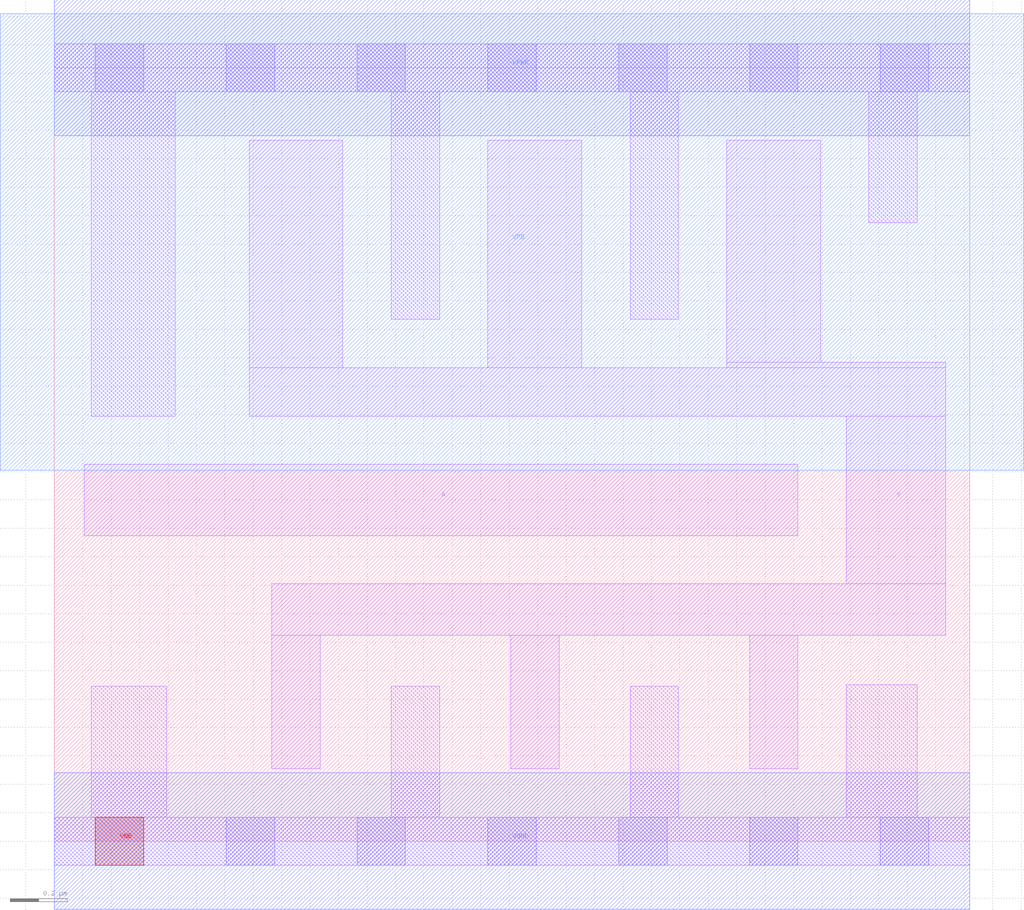
<source format=lef>
# Copyright 2020 The SkyWater PDK Authors
#
# Licensed under the Apache License, Version 2.0 (the "License");
# you may not use this file except in compliance with the License.
# You may obtain a copy of the License at
#
#     https://www.apache.org/licenses/LICENSE-2.0
#
# Unless required by applicable law or agreed to in writing, software
# distributed under the License is distributed on an "AS IS" BASIS,
# WITHOUT WARRANTIES OR CONDITIONS OF ANY KIND, either express or implied.
# See the License for the specific language governing permissions and
# limitations under the License.
#
# SPDX-License-Identifier: Apache-2.0

VERSION 5.7 ;
  NOWIREEXTENSIONATPIN ON ;
  DIVIDERCHAR "/" ;
  BUSBITCHARS "[]" ;
MACRO sky130_fd_sc_hd__inv_6
  CLASS CORE ;
  FOREIGN sky130_fd_sc_hd__inv_6 ;
  ORIGIN  0.000000  0.000000 ;
  SIZE  3.220000 BY  2.720000 ;
  SYMMETRY X Y R90 ;
  SITE unithd ;
  PIN A
    ANTENNAGATEAREA  1.485000 ;
    DIRECTION INPUT ;
    USE SIGNAL ;
    PORT
      LAYER li1 ;
        RECT 0.105000 1.075000 2.615000 1.325000 ;
    END
  END A
  PIN VNB
    PORT
      LAYER pwell ;
        RECT 0.145000 -0.085000 0.315000 0.085000 ;
    END
  END VNB
  PIN VPB
    PORT
      LAYER nwell ;
        RECT -0.190000 1.305000 3.410000 2.910000 ;
    END
  END VPB
  PIN Y
    ANTENNADIFFAREA  1.336500 ;
    DIRECTION OUTPUT ;
    USE SIGNAL ;
    PORT
      LAYER li1 ;
        RECT 0.685000 1.495000 3.135000 1.665000 ;
        RECT 0.685000 1.665000 1.015000 2.465000 ;
        RECT 0.765000 0.255000 0.935000 0.725000 ;
        RECT 0.765000 0.725000 3.135000 0.905000 ;
        RECT 1.525000 1.665000 1.855000 2.465000 ;
        RECT 1.605000 0.255000 1.775000 0.725000 ;
        RECT 2.365000 1.665000 3.135000 1.685000 ;
        RECT 2.365000 1.685000 2.695000 2.465000 ;
        RECT 2.445000 0.255000 2.615000 0.725000 ;
        RECT 2.785000 0.905000 3.135000 1.495000 ;
    END
  END Y
  PIN VGND
    DIRECTION INOUT ;
    SHAPE ABUTMENT ;
    USE GROUND ;
    PORT
      LAYER met1 ;
        RECT 0.000000 -0.240000 3.220000 0.240000 ;
    END
  END VGND
  PIN VPWR
    DIRECTION INOUT ;
    SHAPE ABUTMENT ;
    USE POWER ;
    PORT
      LAYER met1 ;
        RECT 0.000000 2.480000 3.220000 2.960000 ;
    END
  END VPWR
  OBS
    LAYER li1 ;
      RECT 0.000000 -0.085000 3.220000 0.085000 ;
      RECT 0.000000  2.635000 3.220000 2.805000 ;
      RECT 0.130000  0.085000 0.395000 0.545000 ;
      RECT 0.130000  1.495000 0.425000 2.635000 ;
      RECT 1.185000  0.085000 1.355000 0.545000 ;
      RECT 1.185000  1.835000 1.355000 2.635000 ;
      RECT 2.025000  0.085000 2.195000 0.545000 ;
      RECT 2.025000  1.835000 2.195000 2.635000 ;
      RECT 2.785000  0.085000 3.035000 0.550000 ;
      RECT 2.865000  2.175000 3.035000 2.635000 ;
    LAYER mcon ;
      RECT 0.145000 -0.085000 0.315000 0.085000 ;
      RECT 0.145000  2.635000 0.315000 2.805000 ;
      RECT 0.605000 -0.085000 0.775000 0.085000 ;
      RECT 0.605000  2.635000 0.775000 2.805000 ;
      RECT 1.065000 -0.085000 1.235000 0.085000 ;
      RECT 1.065000  2.635000 1.235000 2.805000 ;
      RECT 1.525000 -0.085000 1.695000 0.085000 ;
      RECT 1.525000  2.635000 1.695000 2.805000 ;
      RECT 1.985000 -0.085000 2.155000 0.085000 ;
      RECT 1.985000  2.635000 2.155000 2.805000 ;
      RECT 2.445000 -0.085000 2.615000 0.085000 ;
      RECT 2.445000  2.635000 2.615000 2.805000 ;
      RECT 2.905000 -0.085000 3.075000 0.085000 ;
      RECT 2.905000  2.635000 3.075000 2.805000 ;
  END
END sky130_fd_sc_hd__inv_6
END LIBRARY

</source>
